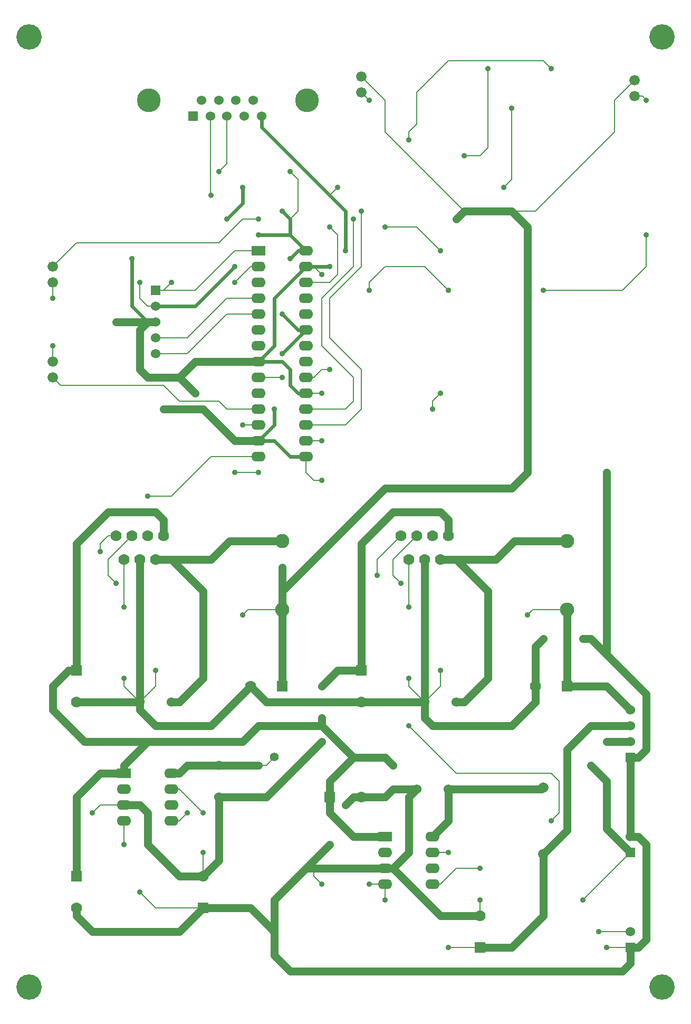
<source format=gbl>
G04 (created by PCBNEW-RS274X (2011-05-25)-stable) date Sun 12 Apr 2015 08:25:34 PM CDT*
G01*
G70*
G90*
%MOIN*%
G04 Gerber Fmt 3.4, Leading zero omitted, Abs format*
%FSLAX34Y34*%
G04 APERTURE LIST*
%ADD10C,0.006000*%
%ADD11R,0.060000X0.060000*%
%ADD12C,0.060000*%
%ADD13C,0.066000*%
%ADD14C,0.055000*%
%ADD15R,0.090000X0.062000*%
%ADD16O,0.090000X0.062000*%
%ADD17C,0.150000*%
%ADD18C,0.089800*%
%ADD19C,0.065400*%
%ADD20R,0.070000X0.070000*%
%ADD21C,0.070000*%
%ADD22C,0.160000*%
%ADD23C,0.035000*%
%ADD24C,0.008000*%
%ADD25C,0.023600*%
%ADD26C,0.051200*%
G04 APERTURE END LIST*
G54D10*
G54D11*
X17000Y-31000D03*
G54D12*
X17000Y-32000D03*
X17000Y-33000D03*
X17000Y-34000D03*
X17000Y-35000D03*
G54D11*
X47000Y-66500D03*
G54D12*
X47000Y-65500D03*
G54D11*
X47000Y-72500D03*
G54D12*
X47000Y-71500D03*
X35500Y-62500D03*
X33500Y-62500D03*
X18000Y-57000D03*
X16000Y-57000D03*
X36000Y-57000D03*
X34000Y-57000D03*
X21000Y-61000D03*
X21000Y-63000D03*
G54D13*
X30000Y-17500D03*
X30000Y-18500D03*
X10500Y-36500D03*
X10500Y-35500D03*
X10500Y-29500D03*
X10500Y-30500D03*
X47250Y-17750D03*
X47250Y-18750D03*
G54D14*
X24500Y-71512D03*
X24500Y-60488D03*
G54D15*
X15000Y-61500D03*
G54D16*
X15000Y-62500D03*
X15000Y-63500D03*
X15000Y-64500D03*
X18000Y-64500D03*
X18000Y-63500D03*
X18000Y-62500D03*
X18000Y-61500D03*
G54D15*
X31500Y-65500D03*
G54D16*
X31500Y-66500D03*
X31500Y-67500D03*
X31500Y-68500D03*
X34500Y-68500D03*
X34500Y-67500D03*
X34500Y-66500D03*
X34500Y-65500D03*
X23500Y-29500D03*
X23500Y-30500D03*
X23500Y-31500D03*
X23500Y-32500D03*
X23500Y-33500D03*
X23500Y-34500D03*
X23500Y-35500D03*
X23500Y-36500D03*
X23500Y-37500D03*
X23500Y-38500D03*
X23500Y-39500D03*
X23500Y-40500D03*
X23500Y-41500D03*
G54D15*
X23500Y-28500D03*
G54D16*
X26500Y-41500D03*
X26500Y-40500D03*
X26500Y-39500D03*
X26500Y-38500D03*
X26500Y-37500D03*
X26500Y-36500D03*
X26500Y-35500D03*
X26500Y-34500D03*
X26500Y-33500D03*
X26500Y-32500D03*
X26500Y-31500D03*
X26500Y-30500D03*
X26500Y-29500D03*
X26500Y-28500D03*
G54D17*
X26550Y-19000D03*
X16550Y-19000D03*
G54D11*
X19350Y-20000D03*
G54D12*
X20450Y-20000D03*
X21500Y-20000D03*
X22600Y-20000D03*
X23700Y-20000D03*
X19900Y-19000D03*
X21000Y-19000D03*
X22050Y-19000D03*
X23150Y-19000D03*
G54D18*
X43000Y-51165D03*
X43000Y-46835D03*
X25000Y-51165D03*
X25000Y-46835D03*
G54D19*
X41500Y-66606D03*
X41500Y-62394D03*
G54D20*
X12000Y-55000D03*
G54D21*
X12000Y-57000D03*
G54D20*
X30000Y-55000D03*
G54D21*
X30000Y-57000D03*
G54D20*
X25000Y-56000D03*
G54D21*
X23000Y-56000D03*
G54D20*
X37500Y-72500D03*
G54D21*
X37500Y-70500D03*
G54D20*
X43000Y-56000D03*
G54D21*
X41000Y-56000D03*
G54D20*
X12000Y-68000D03*
G54D21*
X12000Y-70000D03*
G54D20*
X20000Y-70000D03*
G54D21*
X20000Y-68000D03*
G54D20*
X28000Y-63000D03*
G54D21*
X30000Y-63000D03*
G54D11*
X47000Y-60500D03*
G54D12*
X47000Y-59500D03*
X47000Y-58500D03*
X47000Y-57500D03*
G54D22*
X09000Y-15000D03*
X49000Y-15000D03*
X09000Y-75000D03*
X49000Y-75000D03*
G54D21*
X35500Y-46500D03*
X34500Y-46500D03*
X33500Y-46500D03*
X32500Y-46500D03*
X35000Y-48000D03*
X34000Y-48000D03*
X33000Y-48000D03*
X17500Y-46500D03*
X16500Y-46500D03*
X15500Y-46500D03*
X14500Y-46500D03*
X17000Y-48000D03*
X16000Y-48000D03*
X15000Y-48000D03*
G54D23*
X25500Y-23500D03*
X25000Y-26000D03*
X23500Y-27500D03*
X22000Y-29500D03*
X17500Y-38500D03*
X27500Y-43000D03*
X16000Y-30500D03*
X25000Y-35000D03*
X24500Y-38500D03*
X25500Y-29000D03*
X25000Y-32500D03*
X36000Y-26500D03*
X22500Y-51500D03*
X25000Y-48500D03*
X40500Y-51500D03*
X35500Y-72500D03*
X20000Y-66500D03*
X27500Y-59500D03*
X45500Y-59500D03*
X13000Y-64000D03*
X16500Y-44000D03*
X28500Y-24500D03*
X22500Y-24500D03*
X21500Y-26500D03*
X29000Y-28500D03*
X28000Y-29500D03*
X19500Y-37500D03*
X27500Y-68500D03*
X44000Y-53000D03*
X41500Y-53000D03*
X28000Y-66000D03*
X29000Y-63500D03*
X33000Y-55500D03*
X27500Y-30000D03*
X27500Y-37500D03*
X45500Y-42500D03*
X15500Y-29000D03*
X14500Y-33000D03*
X45500Y-72500D03*
X15000Y-55500D03*
X35000Y-55000D03*
X17000Y-55000D03*
X37500Y-69500D03*
X16000Y-69000D03*
X30500Y-19000D03*
X35000Y-28500D03*
X31500Y-27000D03*
X48000Y-19000D03*
X38000Y-17000D03*
X36500Y-22500D03*
X20500Y-25000D03*
X29500Y-26500D03*
X10500Y-31500D03*
X10500Y-34500D03*
X23500Y-26500D03*
X28000Y-27000D03*
X30000Y-26000D03*
X27500Y-40500D03*
X25000Y-36500D03*
X22500Y-39500D03*
X34500Y-38500D03*
X35000Y-37500D03*
X23500Y-42500D03*
X22000Y-42500D03*
X22000Y-30500D03*
X28000Y-36000D03*
X35500Y-31000D03*
X30500Y-31000D03*
X48000Y-27500D03*
X41500Y-31000D03*
X21000Y-23500D03*
X18000Y-30500D03*
X39500Y-19500D03*
X39000Y-24500D03*
X42000Y-17000D03*
X33000Y-21500D03*
X44000Y-69500D03*
X32000Y-61000D03*
X44500Y-61000D03*
X27500Y-58000D03*
X27500Y-56000D03*
X15000Y-51000D03*
X14500Y-49500D03*
X33000Y-51000D03*
X35500Y-66500D03*
X15000Y-66000D03*
X45000Y-71500D03*
X20000Y-64000D03*
X30500Y-68500D03*
X31500Y-69500D03*
X42000Y-64500D03*
X33000Y-58500D03*
X37500Y-67500D03*
X19000Y-64000D03*
X13500Y-47500D03*
X31000Y-49000D03*
X32500Y-49500D03*
G54D24*
X26000Y-26000D02*
X25500Y-26500D01*
X26000Y-24000D02*
X26000Y-26000D01*
X25500Y-23500D02*
X26000Y-24000D01*
G54D25*
X25500Y-27500D02*
X25500Y-26500D01*
X25500Y-26500D02*
X25000Y-26000D01*
X19500Y-32000D02*
X22000Y-29500D01*
X17000Y-32000D02*
X19500Y-32000D01*
X25500Y-27500D02*
X26500Y-28500D01*
X23500Y-27500D02*
X25500Y-27500D01*
G54D26*
X22500Y-40500D02*
X23500Y-40500D01*
X17500Y-38500D02*
X20000Y-38500D01*
X22000Y-40500D02*
X20000Y-38500D01*
X22500Y-40500D02*
X22000Y-40500D01*
G54D24*
X26500Y-42500D02*
X26500Y-41500D01*
X27000Y-43000D02*
X26500Y-42500D01*
X27500Y-43000D02*
X27000Y-43000D01*
X17000Y-32000D02*
X16500Y-32000D01*
X16000Y-31500D02*
X16000Y-30500D01*
X16500Y-32000D02*
X16000Y-31500D01*
G54D25*
X26500Y-33500D02*
X25000Y-35000D01*
X24500Y-38500D02*
X24500Y-39500D01*
X24500Y-39500D02*
X23500Y-40500D01*
X26500Y-28500D02*
X26000Y-28500D01*
X26000Y-28500D02*
X25500Y-29000D01*
X25000Y-32500D02*
X26000Y-33500D01*
X26000Y-33500D02*
X26500Y-33500D01*
X23500Y-40500D02*
X24500Y-40500D01*
X25500Y-41500D02*
X26500Y-41500D01*
X24500Y-40500D02*
X25500Y-41500D01*
G54D24*
X36500Y-26000D02*
X31500Y-21000D01*
X31500Y-21000D02*
X31500Y-19000D01*
X31500Y-19000D02*
X30000Y-17500D01*
G54D26*
X36500Y-26000D02*
X36000Y-26500D01*
X36500Y-26000D02*
X39500Y-26000D01*
X29000Y-46000D02*
X26000Y-49000D01*
X40500Y-42500D02*
X40500Y-27000D01*
X39500Y-43500D02*
X40500Y-42500D01*
X31500Y-43500D02*
X39500Y-43500D01*
X30000Y-45000D02*
X31500Y-43500D01*
X29000Y-46000D02*
X30000Y-45000D01*
X39500Y-26000D02*
X40500Y-27000D01*
X26000Y-49000D02*
X25000Y-50000D01*
G54D24*
X22500Y-51500D02*
X22835Y-51165D01*
X22835Y-51165D02*
X25000Y-51165D01*
X46000Y-19000D02*
X47250Y-17750D01*
X39500Y-26000D02*
X41000Y-26000D01*
X41000Y-26000D02*
X46000Y-21000D01*
X46000Y-21000D02*
X46000Y-19000D01*
X24835Y-51165D02*
X25000Y-51165D01*
G54D26*
X25000Y-51165D02*
X25000Y-50000D01*
X25000Y-50000D02*
X25000Y-48500D01*
X25000Y-56000D02*
X25000Y-51165D01*
G54D24*
X40835Y-51165D02*
X43000Y-51165D01*
X40500Y-51500D02*
X40835Y-51165D01*
G54D26*
X43000Y-56000D02*
X45500Y-56000D01*
X45500Y-56000D02*
X47000Y-57500D01*
X43000Y-51165D02*
X43000Y-56000D01*
X43000Y-63500D02*
X43000Y-65106D01*
X44000Y-59000D02*
X44500Y-58500D01*
X44500Y-58500D02*
X47000Y-58500D01*
X43000Y-60000D02*
X43000Y-63500D01*
X44000Y-59000D02*
X43000Y-60000D01*
X43000Y-65106D02*
X41500Y-66606D01*
X37500Y-72500D02*
X39500Y-72500D01*
X39500Y-72500D02*
X41500Y-70500D01*
X41500Y-70500D02*
X41500Y-66606D01*
G54D24*
X35500Y-72500D02*
X37500Y-72500D01*
G54D26*
X15000Y-63500D02*
X16000Y-63500D01*
X18500Y-68000D02*
X20000Y-68000D01*
X16500Y-66000D02*
X18500Y-68000D01*
X16500Y-64000D02*
X16500Y-66000D01*
X16000Y-63500D02*
X16500Y-64000D01*
X21000Y-65000D02*
X21000Y-67000D01*
X21000Y-63000D02*
X21000Y-65000D01*
X21000Y-67000D02*
X20000Y-68000D01*
G54D24*
X20000Y-66500D02*
X20000Y-68000D01*
G54D26*
X21000Y-63000D02*
X24000Y-63000D01*
X24000Y-63000D02*
X27500Y-59500D01*
X45500Y-59500D02*
X47000Y-59500D01*
G54D24*
X15000Y-63500D02*
X13500Y-63500D01*
X13500Y-63500D02*
X13000Y-64000D01*
X23500Y-41500D02*
X20500Y-41500D01*
X18000Y-44000D02*
X20500Y-41500D01*
X16500Y-44000D02*
X18000Y-44000D01*
G54D25*
X23700Y-20000D02*
X23700Y-20700D01*
X25000Y-22000D02*
X23700Y-20700D01*
X25000Y-22000D02*
X28000Y-25000D01*
G54D24*
X28500Y-24500D02*
X28000Y-25000D01*
G54D25*
X22500Y-25500D02*
X22500Y-24500D01*
X21500Y-26500D02*
X22500Y-25500D01*
X29000Y-27000D02*
X29000Y-26000D01*
X29000Y-26000D02*
X28000Y-25000D01*
X29000Y-27000D02*
X29000Y-28500D01*
X26500Y-29500D02*
X28000Y-29500D01*
X26500Y-37500D02*
X26000Y-37500D01*
X24500Y-35500D02*
X23500Y-35500D01*
X25000Y-35500D02*
X24500Y-35500D01*
X25500Y-36000D02*
X25000Y-35500D01*
X25500Y-37000D02*
X25500Y-36000D01*
X26000Y-37500D02*
X25500Y-37000D01*
G54D26*
X19500Y-37500D02*
X18500Y-36500D01*
X20500Y-35500D02*
X19500Y-35500D01*
X20500Y-35500D02*
X22000Y-35500D01*
X19500Y-35500D02*
X18500Y-36500D01*
X12000Y-70000D02*
X12000Y-70500D01*
X18500Y-71500D02*
X20000Y-70000D01*
X13000Y-71500D02*
X18500Y-71500D01*
X12000Y-70500D02*
X13000Y-71500D01*
G54D24*
X27000Y-68000D02*
X27000Y-67500D01*
X27500Y-68500D02*
X27000Y-68000D01*
G54D26*
X28500Y-67500D02*
X27000Y-67500D01*
X27000Y-67500D02*
X26500Y-67500D01*
X31500Y-67500D02*
X32000Y-67500D01*
X32000Y-67500D02*
X33000Y-66500D01*
X33000Y-63000D02*
X33500Y-62500D01*
X33000Y-66500D02*
X33000Y-63000D01*
X35000Y-70500D02*
X37500Y-70500D01*
X32000Y-67500D02*
X35000Y-70500D01*
X16000Y-57000D02*
X16000Y-57500D01*
X20500Y-58500D02*
X23000Y-56000D01*
X17000Y-58500D02*
X20500Y-58500D01*
X16000Y-57500D02*
X17000Y-58500D01*
X41000Y-56000D02*
X41000Y-53500D01*
X44500Y-53000D02*
X45500Y-54000D01*
X44000Y-53000D02*
X44500Y-53000D01*
X41000Y-53500D02*
X41500Y-53000D01*
X24500Y-71512D02*
X24500Y-69500D01*
X24500Y-69500D02*
X26500Y-67500D01*
X29500Y-63000D02*
X30000Y-63000D01*
X26500Y-67500D02*
X28000Y-66000D01*
X29000Y-63500D02*
X29500Y-63000D01*
X33500Y-62500D02*
X32000Y-62500D01*
X31500Y-63000D02*
X30000Y-63000D01*
X32000Y-62500D02*
X31500Y-63000D01*
X34000Y-48000D02*
X34000Y-54000D01*
X34000Y-54000D02*
X34000Y-57000D01*
X34000Y-57500D02*
X34000Y-58000D01*
X34000Y-57000D02*
X34000Y-57500D01*
X34500Y-58500D02*
X39500Y-58500D01*
X39500Y-58500D02*
X41000Y-57000D01*
X34000Y-58000D02*
X34500Y-58500D01*
X41000Y-57000D02*
X41000Y-56000D01*
X16000Y-48000D02*
X16000Y-54000D01*
X16000Y-54000D02*
X16000Y-57000D01*
X21500Y-35500D02*
X22000Y-35500D01*
G54D24*
X33000Y-56000D02*
X34000Y-57000D01*
X33000Y-55500D02*
X33000Y-56000D01*
X27000Y-29500D02*
X26500Y-29500D01*
X27500Y-30000D02*
X27000Y-29500D01*
X26500Y-37500D02*
X27500Y-37500D01*
G54D26*
X47000Y-60500D02*
X47500Y-60500D01*
X47500Y-60500D02*
X48000Y-60000D01*
X48000Y-60000D02*
X48000Y-56500D01*
X48000Y-56500D02*
X45500Y-54000D01*
X45500Y-54000D02*
X45500Y-42500D01*
G54D25*
X15500Y-32000D02*
X15500Y-29000D01*
X16500Y-33000D02*
X15500Y-32000D01*
G54D24*
X17000Y-33000D02*
X16500Y-33000D01*
G54D26*
X14500Y-33000D02*
X17000Y-33000D01*
X16000Y-36000D02*
X16500Y-36500D01*
X16000Y-35500D02*
X16000Y-36000D01*
X16500Y-33000D02*
X16000Y-33500D01*
X16000Y-33500D02*
X16000Y-35500D01*
X16500Y-36500D02*
X18500Y-36500D01*
X22000Y-35500D02*
X23500Y-35500D01*
X31500Y-67500D02*
X28500Y-67500D01*
X24500Y-71512D02*
X24500Y-73000D01*
X25500Y-74000D02*
X28500Y-74000D01*
X24500Y-73000D02*
X25500Y-74000D01*
X28500Y-74000D02*
X34500Y-74000D01*
X47000Y-73500D02*
X47000Y-72500D01*
X34500Y-74000D02*
X46500Y-74000D01*
X46500Y-74000D02*
X47000Y-73500D01*
X47000Y-65500D02*
X47500Y-65500D01*
X47500Y-65500D02*
X48000Y-66000D01*
X48000Y-66000D02*
X48000Y-72000D01*
X48000Y-72000D02*
X47500Y-72500D01*
X47500Y-72500D02*
X47000Y-72500D01*
G54D24*
X45500Y-72500D02*
X47000Y-72500D01*
G54D26*
X47000Y-65500D02*
X47000Y-60500D01*
X20000Y-70000D02*
X22988Y-70000D01*
X22988Y-70000D02*
X24500Y-71512D01*
G54D24*
X15000Y-56000D02*
X16000Y-57000D01*
X15000Y-55500D02*
X15000Y-56000D01*
G54D26*
X23000Y-56000D02*
X24000Y-57000D01*
X24000Y-57000D02*
X30000Y-57000D01*
G54D24*
X41000Y-57000D02*
X41000Y-56000D01*
G54D26*
X30000Y-57000D02*
X34000Y-57000D01*
G54D24*
X34000Y-57000D02*
X35000Y-56000D01*
X35000Y-56000D02*
X35000Y-55000D01*
G54D25*
X23500Y-35500D02*
X24500Y-34500D01*
X24500Y-31500D02*
X26500Y-29500D01*
X24500Y-34500D02*
X24500Y-31500D01*
G54D24*
X17000Y-56000D02*
X16000Y-57000D01*
X17000Y-55000D02*
X17000Y-56000D01*
G54D26*
X12000Y-57000D02*
X16000Y-57000D01*
G54D24*
X37500Y-70500D02*
X37500Y-69500D01*
X20000Y-70000D02*
X17000Y-70000D01*
X17000Y-70000D02*
X16000Y-69000D01*
X30500Y-19000D02*
X30000Y-18500D01*
X35000Y-28500D02*
X33500Y-27000D01*
X33500Y-27000D02*
X31500Y-27000D01*
X21000Y-38000D02*
X18500Y-38000D01*
X21500Y-38500D02*
X21000Y-38000D01*
X17000Y-37000D02*
X11000Y-37000D01*
X11000Y-37000D02*
X10500Y-36500D01*
X23500Y-38500D02*
X21500Y-38500D01*
X18500Y-38000D02*
X17500Y-37000D01*
X17500Y-37000D02*
X17000Y-37000D01*
X47250Y-18750D02*
X47750Y-18750D01*
X47750Y-18750D02*
X48000Y-19000D01*
X38000Y-22000D02*
X38000Y-17000D01*
X37500Y-22500D02*
X38000Y-22000D01*
X36500Y-22500D02*
X37500Y-22500D01*
X20450Y-24950D02*
X20450Y-20000D01*
X20500Y-25000D02*
X20450Y-24950D01*
X26500Y-38500D02*
X29000Y-38500D01*
X29500Y-29500D02*
X29500Y-26500D01*
X27500Y-31500D02*
X29500Y-29500D01*
X27500Y-34500D02*
X27500Y-31500D01*
X29500Y-36500D02*
X27500Y-34500D01*
X29500Y-38000D02*
X29500Y-36500D01*
X29000Y-38500D02*
X29500Y-38000D01*
X10500Y-30500D02*
X10500Y-31500D01*
X10500Y-35500D02*
X10500Y-34500D01*
X28500Y-27500D02*
X28000Y-27000D01*
X26500Y-30500D02*
X28000Y-30500D01*
X28500Y-30000D02*
X28500Y-27500D01*
X22500Y-26500D02*
X21000Y-28000D01*
X21000Y-28000D02*
X12000Y-28000D01*
X12000Y-28000D02*
X10500Y-29500D01*
X28500Y-30000D02*
X28000Y-30500D01*
X23500Y-26500D02*
X22500Y-26500D01*
X26500Y-39500D02*
X29000Y-39500D01*
X30000Y-29500D02*
X30000Y-26000D01*
X28000Y-31500D02*
X30000Y-29500D01*
X28000Y-34000D02*
X28000Y-31500D01*
X30000Y-36000D02*
X28000Y-34000D01*
X30000Y-38500D02*
X30000Y-36000D01*
X29000Y-39500D02*
X30000Y-38500D01*
X26500Y-40500D02*
X27500Y-40500D01*
X23500Y-36500D02*
X25000Y-36500D01*
X23500Y-39500D02*
X22500Y-39500D01*
X34500Y-38000D02*
X34500Y-38500D01*
X35000Y-37500D02*
X34500Y-38000D01*
X23500Y-42500D02*
X22000Y-42500D01*
X22000Y-30500D02*
X23000Y-29500D01*
X23500Y-29500D02*
X23000Y-29500D01*
X17000Y-35000D02*
X19000Y-35000D01*
X21500Y-32500D02*
X23500Y-32500D01*
X19000Y-35000D02*
X21500Y-32500D01*
X17000Y-34000D02*
X19000Y-34000D01*
X21500Y-31500D02*
X23500Y-31500D01*
X19000Y-34000D02*
X21500Y-31500D01*
X27000Y-36500D02*
X26500Y-36500D01*
X27500Y-36000D02*
X27000Y-36500D01*
X28000Y-36000D02*
X27500Y-36000D01*
X32500Y-29500D02*
X31500Y-29500D01*
X35500Y-31000D02*
X34000Y-29500D01*
X34000Y-29500D02*
X32500Y-29500D01*
X30500Y-30500D02*
X30500Y-31000D01*
X31500Y-29500D02*
X30500Y-30500D01*
X48000Y-29500D02*
X48000Y-27500D01*
X46500Y-31000D02*
X48000Y-29500D01*
X41500Y-31000D02*
X46500Y-31000D01*
X21500Y-20000D02*
X21500Y-22500D01*
X21500Y-23000D02*
X21500Y-22500D01*
X21000Y-23500D02*
X21500Y-23000D01*
X17500Y-31000D02*
X18000Y-30500D01*
X17000Y-31000D02*
X17500Y-31000D01*
X19500Y-31000D02*
X22000Y-28500D01*
X17000Y-31000D02*
X19500Y-31000D01*
X22000Y-28500D02*
X23500Y-28500D01*
X39500Y-24000D02*
X39500Y-19500D01*
X39000Y-24500D02*
X39500Y-24000D01*
X41500Y-16500D02*
X42000Y-17000D01*
X35500Y-16500D02*
X41500Y-16500D01*
X33500Y-18500D02*
X35500Y-16500D01*
X33500Y-20500D02*
X33500Y-18500D01*
X33000Y-21000D02*
X33500Y-20500D01*
X33000Y-21500D02*
X33000Y-21000D01*
G54D26*
X18000Y-48000D02*
X20000Y-50000D01*
X18500Y-57000D02*
X18000Y-57000D01*
X20000Y-55500D02*
X18500Y-57000D01*
X20000Y-50000D02*
X20000Y-55500D01*
X17000Y-48000D02*
X18000Y-48000D01*
X18000Y-48000D02*
X20500Y-48000D01*
X20500Y-48000D02*
X21665Y-46835D01*
X21665Y-46835D02*
X25000Y-46835D01*
G54D24*
X44500Y-69000D02*
X44000Y-69500D01*
X47000Y-66500D02*
X44500Y-69000D01*
G54D26*
X12000Y-49000D02*
X12000Y-47000D01*
X12000Y-55000D02*
X12000Y-49000D01*
X17500Y-45500D02*
X17500Y-46500D01*
X17000Y-45000D02*
X17500Y-45500D01*
X14000Y-45000D02*
X17000Y-45000D01*
X12000Y-47000D02*
X14000Y-45000D01*
X30000Y-49000D02*
X30000Y-47000D01*
X30000Y-55000D02*
X30000Y-49000D01*
X35500Y-45500D02*
X35500Y-46500D01*
X35000Y-45000D02*
X35500Y-45500D01*
X32000Y-45000D02*
X35000Y-45000D01*
X30000Y-47000D02*
X32000Y-45000D01*
X45500Y-62000D02*
X44500Y-61000D01*
X31500Y-60500D02*
X30500Y-60500D01*
X32000Y-61000D02*
X31500Y-60500D01*
X47000Y-66500D02*
X45500Y-65000D01*
X45500Y-65000D02*
X45500Y-62000D01*
X16500Y-59500D02*
X12500Y-59500D01*
X12500Y-59500D02*
X10500Y-57500D01*
X10500Y-57500D02*
X10500Y-56000D01*
X10500Y-56000D02*
X11500Y-55000D01*
X11500Y-55000D02*
X12000Y-55000D01*
X15000Y-61500D02*
X15000Y-61000D01*
X15000Y-61000D02*
X16500Y-59500D01*
X23500Y-58500D02*
X27500Y-58500D01*
X16500Y-59500D02*
X22500Y-59500D01*
X22500Y-59500D02*
X23500Y-58500D01*
X29500Y-60500D02*
X27500Y-58500D01*
X28500Y-55000D02*
X30000Y-55000D01*
X28500Y-55000D02*
X27500Y-56000D01*
X27500Y-58500D02*
X27500Y-58000D01*
X28000Y-63000D02*
X28000Y-64000D01*
X29500Y-65500D02*
X31500Y-65500D01*
X28000Y-64000D02*
X29500Y-65500D01*
X29500Y-60500D02*
X30500Y-60500D01*
X28000Y-62000D02*
X28000Y-63000D01*
X29500Y-60500D02*
X28000Y-62000D01*
G54D24*
X30500Y-60500D02*
X29500Y-60500D01*
G54D26*
X12000Y-68000D02*
X12000Y-67000D01*
X13500Y-61500D02*
X15000Y-61500D01*
X12000Y-63000D02*
X13500Y-61500D01*
X12000Y-67000D02*
X12000Y-63000D01*
G54D24*
X15000Y-51000D02*
X15000Y-48000D01*
X14000Y-48000D02*
X15500Y-46500D01*
X14000Y-49000D02*
X14000Y-48000D01*
X14500Y-49500D02*
X14000Y-49000D01*
X33000Y-51000D02*
X33000Y-48000D01*
G54D26*
X35500Y-62500D02*
X41394Y-62500D01*
X41394Y-62500D02*
X41500Y-62394D01*
X34500Y-65500D02*
X35500Y-64500D01*
X35500Y-64500D02*
X35500Y-62500D01*
G54D24*
X34500Y-66500D02*
X35500Y-66500D01*
X15000Y-64500D02*
X15000Y-66000D01*
X45000Y-71500D02*
X47000Y-71500D01*
G54D26*
X23500Y-61000D02*
X21000Y-61000D01*
X19000Y-61000D02*
X21000Y-61000D01*
G54D24*
X23500Y-61000D02*
X23988Y-61000D01*
X23988Y-61000D02*
X24500Y-60488D01*
X23500Y-61000D02*
X23488Y-61000D01*
G54D26*
X18000Y-61500D02*
X18500Y-61500D01*
X18500Y-61500D02*
X19000Y-61000D01*
G54D24*
X19000Y-61000D02*
X19000Y-61000D01*
X18500Y-62500D02*
X18000Y-62500D01*
X20000Y-64000D02*
X18500Y-62500D01*
X31500Y-68500D02*
X30500Y-68500D01*
X31500Y-69500D02*
X31500Y-68500D01*
X42500Y-64000D02*
X42000Y-64500D01*
X42500Y-62000D02*
X42500Y-64000D01*
X42000Y-61500D02*
X42500Y-62000D01*
X36000Y-61500D02*
X42000Y-61500D01*
X33000Y-58500D02*
X36000Y-61500D01*
X35000Y-68500D02*
X36000Y-67500D01*
X35000Y-68500D02*
X34500Y-68500D01*
X36000Y-67500D02*
X37500Y-67500D01*
X18000Y-64500D02*
X18500Y-64500D01*
X18500Y-64500D02*
X19000Y-64000D01*
X14000Y-46500D02*
X14500Y-46500D01*
X13500Y-47000D02*
X14000Y-46500D01*
X13500Y-47500D02*
X13500Y-47000D01*
X31000Y-48000D02*
X32500Y-46500D01*
X31000Y-49000D02*
X31000Y-48000D01*
G54D26*
X38000Y-55500D02*
X38000Y-50000D01*
X38000Y-50000D02*
X36000Y-48000D01*
X35000Y-48000D02*
X36000Y-48000D01*
X36000Y-48000D02*
X38500Y-48000D01*
X38500Y-48000D02*
X39665Y-46835D01*
X39665Y-46835D02*
X43000Y-46835D01*
X36000Y-57000D02*
X36500Y-57000D01*
X36500Y-57000D02*
X38000Y-55500D01*
G54D24*
X32000Y-48000D02*
X32000Y-49000D01*
X32500Y-49500D02*
X32000Y-49000D01*
X32000Y-48000D02*
X33500Y-46500D01*
M02*

</source>
